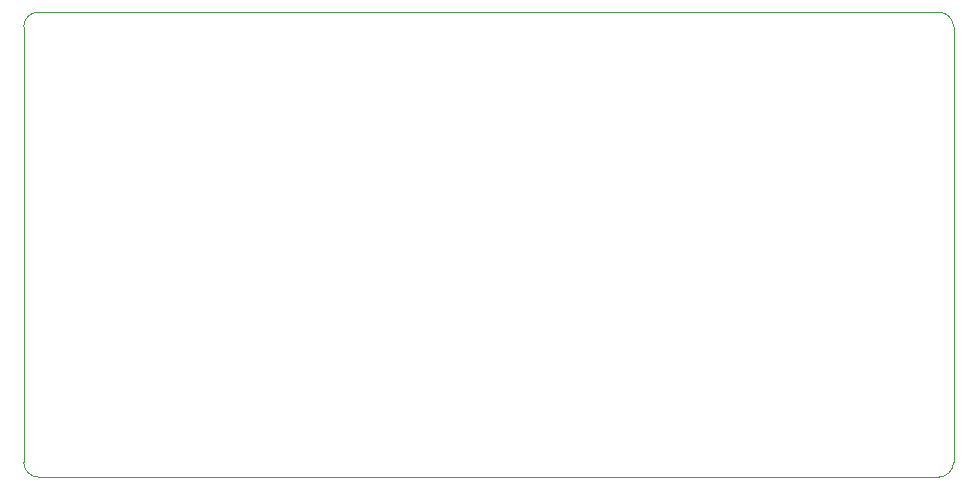
<source format=gm1>
G04 #@! TF.GenerationSoftware,KiCad,Pcbnew,(5.1.4)-1*
G04 #@! TF.CreationDate,2019-10-31T20:11:05+00:00*
G04 #@! TF.ProjectId,rgb,7267622e-6b69-4636-9164-5f7063625858,rev?*
G04 #@! TF.SameCoordinates,Original*
G04 #@! TF.FileFunction,Profile,NP*
%FSLAX46Y46*%
G04 Gerber Fmt 4.6, Leading zero omitted, Abs format (unit mm)*
G04 Created by KiCad (PCBNEW (5.1.4)-1) date 2019-10-31 20:11:05*
%MOMM*%
%LPD*%
G04 APERTURE LIST*
%ADD10C,0.050000*%
G04 APERTURE END LIST*
D10*
X113030000Y-60960000D02*
X36830000Y-60960000D01*
X114300000Y-99060000D02*
X114300000Y-62230000D01*
X36830000Y-100330000D02*
X113030000Y-100330000D01*
X114300000Y-99060000D02*
G75*
G02X113030000Y-100330000I-1270000J0D01*
G01*
X35560000Y-62230000D02*
X35560000Y-99060000D01*
X35560000Y-62230000D02*
G75*
G02X36830000Y-60960000I1270000J0D01*
G01*
X113030000Y-60960000D02*
G75*
G02X114300000Y-62230000I0J-1270000D01*
G01*
X36830000Y-100330000D02*
G75*
G02X35560000Y-99060000I0J1270000D01*
G01*
M02*

</source>
